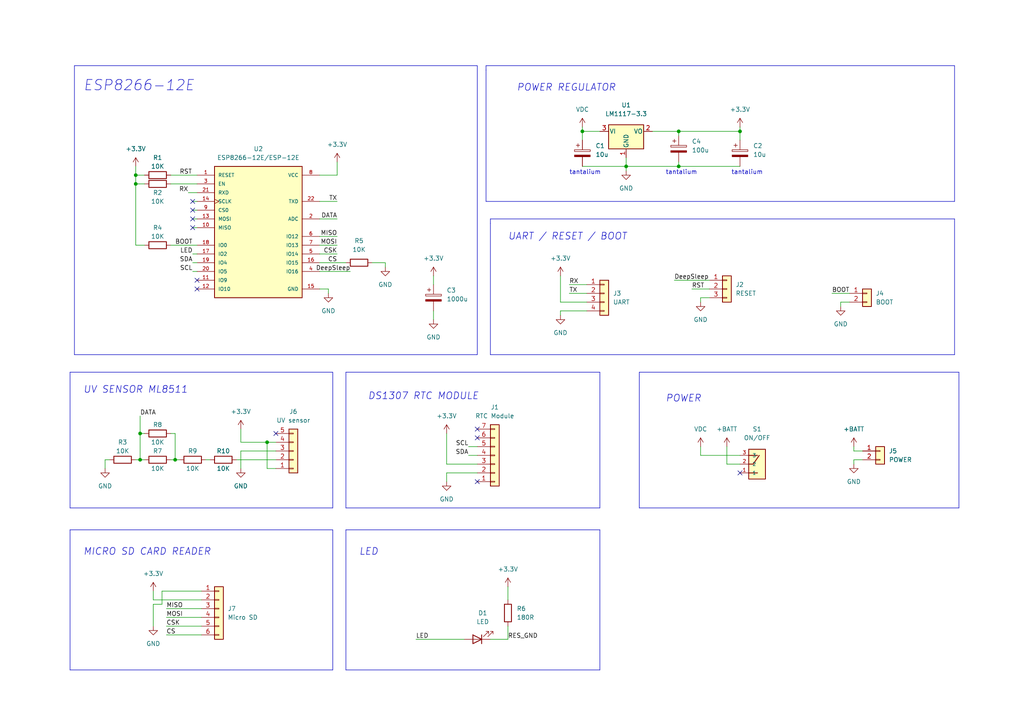
<source format=kicad_sch>
(kicad_sch (version 20230121) (generator eeschema)
  (paper "A4")
  (title_block (title "UV Device") (date "2023-04-06") (rev "2.0") (company "E Lance Tech Consulting"))
  (lib_symbols
    (symbol "Connector_Generic:Conn_01x02" (pin_names (offset 1.016) hide)
      (property "Reference" "J" (at 0 2.54 0))
      (property "Value" "Conn_01x02" (at 0 -5.08 0))
      (symbol "Conn_01x02_1_1"
        (rectangle (start -1.27 -2.413) (end 0 -2.667) (stroke (width 0.1524)))
        (rectangle (start -1.27 0.127) (end 0 -0.127) (stroke (width 0.1524)))
        (rectangle (start -1.27 1.27) (end 1.27 -3.81) (stroke (width 0.254)) (fill (type background)))
        (pin passive line (at -5.08 0 0) (length 3.81) (name "Pin_1") (number "1"))
        (pin passive line (at -5.08 -2.54 0) (length 3.81) (name "Pin_2") (number "2"))
      )
    )
    (symbol "Connector_Generic:Conn_01x03" (pin_names (offset 1.016) hide)
      (property "Reference" "J" (at 0 5.08 0))
      (property "Value" "Conn_01x03" (at 0 -5.08 0))
      (symbol "Conn_01x03_1_1"
        (rectangle (start -1.27 -2.413) (end 0 -2.667) (stroke (width 0.1524)))
        (rectangle (start -1.27 0.127) (end 0 -0.127) (stroke (width 0.1524)))
        (rectangle (start -1.27 2.667) (end 0 2.413) (stroke (width 0.1524)))
        (rectangle (start -1.27 3.81) (end 1.27 -3.81) (stroke (width 0.254)) (fill (type background)))
        (pin passive line (at -5.08 2.54 0) (length 3.81) (name "Pin_1") (number "1"))
        (pin passive line (at -5.08 0 0) (length 3.81) (name "Pin_2") (number "2"))
        (pin passive line (at -5.08 -2.54 0) (length 3.81) (name "Pin_3") (number "3"))
      )
    )
    (symbol "Connector_Generic:Conn_01x04" (pin_names (offset 1.016) hide)
      (property "Reference" "J" (at 0 5.08 0))
      (property "Value" "Conn_01x04" (at 0 -7.62 0))
      (symbol "Conn_01x04_1_1"
        (rectangle (start -1.27 -4.953) (end 0 -5.207) (stroke (width 0.1524)))
        (rectangle (start -1.27 -2.413) (end 0 -2.667) (stroke (width 0.1524)))
        (rectangle (start -1.27 0.127) (end 0 -0.127) (stroke (width 0.1524)))
        (rectangle (start -1.27 2.667) (end 0 2.413) (stroke (width 0.1524)))
        (rectangle (start -1.27 3.81) (end 1.27 -6.35) (stroke (width 0.254)) (fill (type background)))
        (pin passive line (at -5.08 2.54 0) (length 3.81) (name "Pin_1") (number "1"))
        (pin passive line (at -5.08 0 0) (length 3.81) (name "Pin_2") (number "2"))
        (pin passive line (at -5.08 -2.54 0) (length 3.81) (name "Pin_3") (number "3"))
        (pin passive line (at -5.08 -5.08 0) (length 3.81) (name "Pin_4") (number "4"))
      )
    )
    (symbol "Connector_Generic:Conn_01x05" (pin_names (offset 1.016) hide)
      (property "Reference" "J" (at 0 7.62 0))
      (property "Value" "Conn_01x05" (at 0 -7.62 0))
      (symbol "Conn_01x05_1_1"
        (rectangle (start -1.27 -4.953) (end 0 -5.207) (stroke (width 0.1524)))
        (rectangle (start -1.27 -2.413) (end 0 -2.667) (stroke (width 0.1524)))
        (rectangle (start -1.27 0.127) (end 0 -0.127) (stroke (width 0.1524)))
        (rectangle (start -1.27 2.667) (end 0 2.413) (stroke (width 0.1524)))
        (rectangle (start -1.27 5.207) (end 0 4.953) (stroke (width 0.1524)))
        (rectangle (start -1.27 6.35) (end 1.27 -6.35) (stroke (width 0.254)) (fill (type background)))
        (pin passive line (at -5.08 5.08 0) (length 3.81) (name "Pin_1") (number "1"))
        (pin passive line (at -5.08 2.54 0) (length 3.81) (name "Pin_2") (number "2"))
        (pin passive line (at -5.08 0 0) (length 3.81) (name "Pin_3") (number "3"))
        (pin passive line (at -5.08 -2.54 0) (length 3.81) (name "Pin_4") (number "4"))
        (pin passive line (at -5.08 -5.08 0) (length 3.81) (name "Pin_5") (number "5"))
      )
    )
    (symbol "Connector_Generic:Conn_01x06" (pin_names (offset 1.016) hide)
      (property "Reference" "J" (at 0 7.62 0))
      (property "Value" "Conn_01x06" (at 0 -10.16 0))
      (symbol "Conn_01x06_1_1"
        (rectangle (start -1.27 -7.493) (end 0 -7.747) (stroke (width 0.1524)))
        (rectangle (start -1.27 -4.953) (end 0 -5.207) (stroke (width 0.1524)))
        (rectangle (start -1.27 -2.413) (end 0 -2.667) (stroke (width 0.1524)))
        (rectangle (start -1.27 0.127) (end 0 -0.127) (stroke (width 0.1524)))
        (rectangle (start -1.27 2.667) (end 0 2.413) (stroke (width 0.1524)))
        (rectangle (start -1.27 5.207) (end 0 4.953) (stroke (width 0.1524)))
        (rectangle (start -1.27 6.35) (end 1.27 -8.89) (stroke (width 0.254)) (fill (type background)))
        (pin passive line (at -5.08 5.08 0) (length 3.81) (name "Pin_1") (number "1"))
        (pin passive line (at -5.08 2.54 0) (length 3.81) (name "Pin_2") (number "2"))
        (pin passive line (at -5.08 0 0) (length 3.81) (name "Pin_3") (number "3"))
        (pin passive line (at -5.08 -2.54 0) (length 3.81) (name "Pin_4") (number "4"))
        (pin passive line (at -5.08 -5.08 0) (length 3.81) (name "Pin_5") (number "5"))
        (pin passive line (at -5.08 -7.62 0) (length 3.81) (name "Pin_6") (number "6"))
      )
    )
    (symbol "Connector_Generic:Conn_01x07" (pin_names (offset 1.016) hide)
      (property "Reference" "J" (at 0 10.16 0))
      (property "Value" "Conn_01x07" (at 0 -10.16 0))
      (symbol "Conn_01x07_1_1"
        (rectangle (start -1.27 -7.493) (end 0 -7.747) (stroke (width 0.1524)))
        (rectangle (start -1.27 -4.953) (end 0 -5.207) (stroke (width 0.1524)))
        (rectangle (start -1.27 -2.413) (end 0 -2.667) (stroke (width 0.1524)))
        (rectangle (start -1.27 0.127) (end 0 -0.127) (stroke (width 0.1524)))
        (rectangle (start -1.27 2.667) (end 0 2.413) (stroke (width 0.1524)))
        (rectangle (start -1.27 5.207) (end 0 4.953) (stroke (width 0.1524)))
        (rectangle (start -1.27 7.747) (end 0 7.493) (stroke (width 0.1524)))
        (rectangle (start -1.27 8.89) (end 1.27 -8.89) (stroke (width 0.254)) (fill (type background)))
        (pin passive line (at -5.08 7.62 0) (length 3.81) (name "Pin_1") (number "1"))
        (pin passive line (at -5.08 5.08 0) (length 3.81) (name "Pin_2") (number "2"))
        (pin passive line (at -5.08 2.54 0) (length 3.81) (name "Pin_3") (number "3"))
        (pin passive line (at -5.08 0 0) (length 3.81) (name "Pin_4") (number "4"))
        (pin passive line (at -5.08 -2.54 0) (length 3.81) (name "Pin_5") (number "5"))
        (pin passive line (at -5.08 -5.08 0) (length 3.81) (name "Pin_6") (number "6"))
        (pin passive line (at -5.08 -7.62 0) (length 3.81) (name "Pin_7") (number "7"))
      )
    )
    (symbol "Device:C_Polarized" (pin_numbers hide) (pin_names (offset 0.254))
      (property "Reference" "C" (at 0.635 2.54 0))
      (property "Value" "C_Polarized" (at 0.635 -2.54 0))
      (symbol "C_Polarized_0_1"
        (rectangle (start -2.286 0.508) (end 2.286 1.016))
        (polyline (pts (xy -1.778 2.286) (xy -0.762 2.286)))
        (polyline (pts (xy -1.27 2.794) (xy -1.27 1.778)))
        (rectangle (start 2.286 -0.508) (end -2.286 -1.016) (fill (type outline)))
      )
      (symbol "C_Polarized_1_1"
        (pin passive line (at 0 3.81 270) (length 2.794) (name "~") (number "1"))
        (pin passive line (at 0 -3.81 90) (length 2.794) (name "~") (number "2"))
      )
    )
    (symbol "Device:LED" (pin_numbers hide) (pin_names (offset 1.016) hide)
      (property "Reference" "D" (at 0 2.54 0))
      (property "Value" "LED" (at 0 -2.54 0))
      (symbol "LED_0_1"
        (polyline (pts (xy -1.27 -1.27) (xy -1.27 1.27)) (stroke (width 0.254)))
        (polyline (pts (xy -1.27 0) (xy 1.27 0)))
        (polyline (pts (xy 1.27 -1.27) (xy 1.27 1.27) (xy -1.27 0) (xy 1.27 -1.27)) (stroke (width 0.254)))
        (polyline (pts (xy -3.048 -0.762) (xy -4.572 -2.286) (xy -3.81 -2.286) (xy -4.572 -2.286) (xy -4.572 -1.524)))
        (polyline (pts (xy -1.778 -0.762) (xy -3.302 -2.286) (xy -2.54 -2.286) (xy -3.302 -2.286) (xy -3.302 -1.524)))
      )
      (symbol "LED_1_1"
        (pin passive line (at -3.81 0 0) (length 2.54) (name "K") (number "1"))
        (pin passive line (at 3.81 0 180) (length 2.54) (name "A") (number "2"))
      )
    )
    (symbol "Device:R" (pin_numbers hide) (pin_names (offset 0))
      (property "Reference" "R" (at 2.032 0 90))
      (property "Value" "R" (at 0 0 90))
      (symbol "R_0_1"
        (rectangle (start -1.016 -2.54) (end 1.016 2.54) (stroke (width 0.254)))
      )
      (symbol "R_1_1"
        (pin passive line (at 0 3.81 270) (length 1.27) (name "~") (number "1"))
        (pin passive line (at 0 -3.81 90) (length 1.27) (name "~") (number "2"))
      )
    )
    (symbol "ESP8266_12E:ESP8266-12E{slash}ESP-12E" (pin_names (offset 1.016))
      (property "Reference" "U" (at -12.7161 18.3112 0))
      (property "Value" "ESP8266-12E{slash}ESP-12E" (at -12.7084 -23.3835 0))
      (symbol "ESP8266-12E{slash}ESP-12E_0_0"
        (rectangle (start -12.7 -20.32) (end 12.7 17.78) (stroke (width 0.254)) (fill (type background)))
        (pin input line (at -17.78 15.24 0) (length 5.08) (name "RESET") (number "1"))
        (pin bidirectional line (at -17.78 0 0) (length 5.08) (name "MISO") (number "10"))
        (pin bidirectional line (at -17.78 -15.24 0) (length 5.08) (name "IO9") (number "11"))
        (pin bidirectional line (at -17.78 -17.78 0) (length 5.08) (name "IO10") (number "12"))
        (pin bidirectional line (at -17.78 2.54 0) (length 5.08) (name "MOSI") (number "13"))
        (pin input clock (at -17.78 7.62 0) (length 5.08) (name "SCLK") (number "14"))
        (pin power_in line (at 17.78 -17.78 180) (length 5.08) (name "GND") (number "15"))
        (pin bidirectional line (at 17.78 -10.16 180) (length 5.08) (name "IO15") (number "16"))
        (pin bidirectional line (at -17.78 -7.62 0) (length 5.08) (name "IO2") (number "17"))
        (pin bidirectional line (at -17.78 -5.08 0) (length 5.08) (name "IO0") (number "18"))
        (pin bidirectional line (at -17.78 -10.16 0) (length 5.08) (name "IO4") (number "19"))
        (pin passive line (at 17.78 2.54 180) (length 5.08) (name "ADC") (number "2"))
        (pin bidirectional line (at -17.78 -12.7 0) (length 5.08) (name "IO5") (number "20"))
        (pin input line (at -17.78 10.16 0) (length 5.08) (name "RXD") (number "21"))
        (pin output line (at 17.78 7.62 180) (length 5.08) (name "TXD") (number "22"))
        (pin input line (at -17.78 12.7 0) (length 5.08) (name "EN") (number "3"))
        (pin bidirectional line (at 17.78 -12.7 180) (length 5.08) (name "IO16") (number "4"))
        (pin bidirectional line (at 17.78 -7.62 180) (length 5.08) (name "IO14") (number "5"))
        (pin bidirectional line (at 17.78 -2.54 180) (length 5.08) (name "IO12") (number "6"))
        (pin bidirectional line (at 17.78 -5.08 180) (length 5.08) (name "IO13") (number "7"))
        (pin power_in line (at 17.78 15.24 180) (length 5.08) (name "VCC") (number "8"))
        (pin input line (at -17.78 5.08 0) (length 5.08) (name "CS0") (number "9"))
      )
    )
    (symbol "Regulator_Linear:LM1117-3.3" (pin_names (offset 0.254))
      (property "Reference" "U" (at -3.81 3.175 0))
      (property "Value" "LM1117-3.3" (at 0 3.175 0))
      (symbol "LM1117-3.3_0_1"
        (rectangle (start -5.08 -5.08) (end 5.08 1.905) (stroke (width 0.254)) (fill (type background)))
      )
      (symbol "LM1117-3.3_1_1"
        (pin power_in line (at 0 -7.62 90) (length 2.54) (name "GND") (number "1"))
        (pin power_out line (at 7.62 0 180) (length 2.54) (name "VO") (number "2"))
        (pin power_in line (at -7.62 0 0) (length 2.54) (name "VI") (number "3"))
      )
    )
    (symbol "Switch_TH:OS102011MS2QN1" (pin_names (offset 1.016))
      (property "Reference" "S" (at -2.5411 5.0822 0))
      (property "Value" "OS102011MS2QN1" (at -2.544 -7.6319 0))
      (symbol "OS102011MS2QN1_0_0"
        (rectangle (start -2.54 -4.318) (end 2.286 4.318) (stroke (width 0.254)) (fill (type background)))
        (polyline (pts (xy -2.54 -2.54) (xy 0 -2.54)) (stroke (width 0.254)))
        (polyline (pts (xy -2.54 0) (xy -1.27 0)) (stroke (width 0.254)))
        (polyline (pts (xy -2.54 2.54) (xy 0 2.54)) (stroke (width 0.254)))
        (polyline (pts (xy -1.27 0) (xy 0.508 -2.54)) (stroke (width 0.254)))
        (pin passive line (at -5.08 2.54 0) (length 2.54) (name "1") (number "1"))
        (pin passive line (at -5.08 0 0) (length 2.54) (name "2") (number "2"))
        (pin passive line (at -5.08 -2.54 0) (length 2.54) (name "3") (number "3"))
      )
    )
    (symbol "power:+3.3V" (power) (pin_names (offset 0))
      (property "Value" "+3.3V" (at 0 3.556 0))
      (symbol "+3.3V_0_1"
        (polyline (pts (xy -0.762 1.27) (xy 0 2.54)))
        (polyline (pts (xy 0 0) (xy 0 2.54)))
        (polyline (pts (xy 0 2.54) (xy 0.762 1.27)))
      )
      (symbol "+3.3V_1_1"
        (pin power_in line (at 0 0 90) (length 0) hide (name "+3.3V") (number "1"))
      )
    )
    (symbol "power:+BATT" (power) (pin_names (offset 0))
      (property "Value" "+BATT" (at 0 3.556 0))
      (symbol "+BATT_0_1"
        (polyline (pts (xy -0.762 1.27) (xy 0 2.54)))
        (polyline (pts (xy 0 0) (xy 0 2.54)))
        (polyline (pts (xy 0 2.54) (xy 0.762 1.27)))
      )
      (symbol "+BATT_1_1"
        (pin power_in line (at 0 0 90) (length 0) hide (name "+BATT") (number "1"))
      )
    )
    (symbol "power:GND" (power) (pin_names (offset 0))
      (property "Value" "GND" (at 0 -3.81 0))
      (symbol "GND_0_1"
        (polyline (pts (xy 0 0) (xy 0 -1.27) (xy 1.27 -1.27) (xy 0 -2.54) (xy -1.27 -1.27) (xy 0 -1.27)))
      )
      (symbol "GND_1_1"
        (pin power_in line (at 0 0 270) (length 0) hide (name "GND") (number "1"))
      )
    )
    (symbol "power:VDC" (power) (pin_names (offset 0))
      (property "Value" "VDC" (at 0 6.35 0))
      (symbol "VDC_0_1"
        (polyline (pts (xy -0.762 1.27) (xy 0 2.54)))
        (polyline (pts (xy 0 0) (xy 0 2.54)))
        (polyline (pts (xy 0 2.54) (xy 0.762 1.27)))
      )
      (symbol "VDC_1_1"
        (pin power_in line (at 0 0 90) (length 0) hide (name "VDC") (number "1"))
      )
    )
  )
  (junction (at 39.37 53.34))
  (junction (at 50.8 133.35))
  (junction (at 40.64 133.35))
  (junction (at 39.37 50.8))
  (junction (at 181.61 48.26))
  (junction (at 168.91 38.1))
  (junction (at 40.64 125.73))
  (junction (at 214.63 38.1))
  (junction (at 196.85 38.1))
  (junction (at 196.85 48.26))
  (junction (at 77.47 128.27))
  (no_connect (at 57.15 81.28))
  (no_connect (at 138.43 139.7))
  (no_connect (at 55.88 58.42))
  (no_connect (at 80.01 125.73))
  (no_connect (at 214.63 137.16))
  (no_connect (at 55.88 60.96))
  (no_connect (at 55.88 66.04))
  (no_connect (at 55.88 63.5))
  (no_connect (at 138.43 124.46))
  (no_connect (at 138.43 127))
  (no_connect (at 57.15 83.82))
  (wire (pts (xy 69.85 124.46) (xy 69.85 128.27)))
  (polyline (pts (xy 20.32 153.67) (xy 20.32 194.31)))
  (wire (pts (xy 107.95 76.2) (xy 111.76 76.2)))
  (wire (pts (xy 241.3 85.09) (xy 246.38 85.09)))
  (wire (pts (xy 44.45 175.26) (xy 44.45 181.61)))
  (wire (pts (xy 147.32 170.18) (xy 147.32 173.99)))
  (wire (pts (xy 165.1 85.09) (xy 170.18 85.09)))
  (polyline (pts (xy 278.13 107.95) (xy 278.13 147.32)))
  (wire (pts (xy 41.91 71.12) (xy 39.37 71.12)))
  (wire (pts (xy 68.58 133.35) (xy 80.01 133.35)))
  (wire (pts (xy 30.48 133.35) (xy 30.48 135.89)))
  (wire (pts (xy 50.8 125.73) (xy 49.53 125.73)))
  (wire (pts (xy 48.26 181.61) (xy 58.42 181.61)))
  (wire (pts (xy 200.66 83.82) (xy 205.74 83.82)))
  (wire (pts (xy 92.71 63.5) (xy 97.79 63.5)))
  (wire (pts (xy 50.8 125.73) (xy 50.8 133.35)))
  (wire (pts (xy 135.89 132.08) (xy 138.43 132.08)))
  (wire (pts (xy 138.43 134.62) (xy 129.54 134.62)))
  (wire (pts (xy 214.63 132.08) (xy 203.2 132.08)))
  (wire (pts (xy 181.61 48.26) (xy 181.61 49.53)))
  (polyline (pts (xy 100.33 147.32) (xy 173.99 147.32)))
  (polyline (pts (xy 142.24 64.77) (xy 142.24 102.87)))
  (wire (pts (xy 49.53 53.34) (xy 57.15 53.34)))
  (wire (pts (xy 189.23 38.1) (xy 196.85 38.1)))
  (wire (pts (xy 142.24 185.42) (xy 147.32 185.42)))
  (polyline (pts (xy 173.99 107.95) (xy 100.33 107.95)))
  (polyline (pts (xy 96.52 194.31) (xy 20.32 194.31)))
  (wire (pts (xy 111.76 77.47) (xy 111.76 76.2)))
  (wire (pts (xy 92.71 78.74) (xy 101.6 78.74)))
  (wire (pts (xy 77.47 128.27) (xy 80.01 128.27)))
  (wire (pts (xy 203.2 86.36) (xy 205.74 86.36)))
  (wire (pts (xy 247.65 129.54) (xy 247.65 130.81)))
  (wire (pts (xy 49.53 71.12) (xy 57.15 71.12)))
  (wire (pts (xy 92.71 68.58) (xy 97.79 68.58)))
  (polyline (pts (xy 100.33 153.67) (xy 173.99 153.67)))
  (polyline (pts (xy 138.43 19.05) (xy 138.43 102.87)))
  (wire (pts (xy 170.18 87.63) (xy 162.56 87.63)))
  (wire (pts (xy 181.61 48.26) (xy 196.85 48.26)))
  (polyline (pts (xy 142.24 63.5) (xy 276.86 63.5)))
  (polyline (pts (xy 140.97 19.05) (xy 140.97 20.32)))
  (wire (pts (xy 250.19 133.35) (xy 247.65 133.35)))
  (wire (pts (xy 162.56 87.63) (xy 162.56 80.01)))
  (wire (pts (xy 48.26 184.15) (xy 58.42 184.15)))
  (polyline (pts (xy 185.42 107.95) (xy 278.13 107.95)))
  (wire (pts (xy 181.61 45.72) (xy 181.61 48.26)))
  (wire (pts (xy 49.53 50.8) (xy 57.15 50.8)))
  (wire (pts (xy 46.99 175.26) (xy 44.45 175.26)))
  (wire (pts (xy 57.15 66.04) (xy 55.88 66.04)))
  (wire (pts (xy 97.79 58.42) (xy 92.71 58.42)))
  (wire (pts (xy 41.91 53.34) (xy 39.37 53.34)))
  (wire (pts (xy 69.85 130.81) (xy 69.85 135.89)))
  (polyline (pts (xy 173.99 194.31) (xy 100.33 194.31)))
  (polyline (pts (xy 138.43 102.87) (xy 21.59 102.87)))
  (wire (pts (xy 39.37 50.8) (xy 39.37 48.26)))
  (wire (pts (xy 95.25 83.82) (xy 95.25 85.09)))
  (wire (pts (xy 41.91 50.8) (xy 39.37 50.8)))
  (wire (pts (xy 92.71 50.8) (xy 97.79 50.8)))
  (polyline (pts (xy 173.99 153.67) (xy 173.99 194.31)))
  (wire (pts (xy 46.99 171.45) (xy 58.42 171.45)))
  (wire (pts (xy 214.63 38.1) (xy 214.63 40.64)))
  (wire (pts (xy 125.73 90.17) (xy 125.73 92.71)))
  (wire (pts (xy 247.65 133.35) (xy 247.65 134.62)))
  (wire (pts (xy 195.58 81.28) (xy 205.74 81.28)))
  (wire (pts (xy 39.37 53.34) (xy 39.37 50.8)))
  (wire (pts (xy 92.71 83.82) (xy 95.25 83.82)))
  (wire (pts (xy 49.53 133.35) (xy 50.8 133.35)))
  (polyline (pts (xy 96.52 107.95) (xy 96.52 147.32)))
  (wire (pts (xy 243.84 87.63) (xy 243.84 88.9)))
  (wire (pts (xy 92.71 73.66) (xy 97.79 73.66)))
  (polyline (pts (xy 140.97 19.05) (xy 276.86 19.05)))
  (wire (pts (xy 247.65 130.81) (xy 250.19 130.81)))
  (wire (pts (xy 55.88 76.2) (xy 57.15 76.2)))
  (wire (pts (xy 92.71 76.2) (xy 100.33 76.2)))
  (wire (pts (xy 196.85 46.99) (xy 196.85 48.26)))
  (wire (pts (xy 40.64 133.35) (xy 41.91 133.35)))
  (wire (pts (xy 135.89 129.54) (xy 138.43 129.54)))
  (wire (pts (xy 214.63 134.62) (xy 210.82 134.62)))
  (polyline (pts (xy 276.86 58.42) (xy 140.97 58.42)))
  (wire (pts (xy 39.37 53.34) (xy 39.37 71.12)))
  (wire (pts (xy 57.15 63.5) (xy 55.88 63.5)))
  (polyline (pts (xy 96.52 153.67) (xy 96.52 194.31)))
  (wire (pts (xy 162.56 90.17) (xy 162.56 91.44)))
  (wire (pts (xy 57.15 60.96) (xy 55.88 60.96)))
  (wire (pts (xy 210.82 134.62) (xy 210.82 129.54)))
  (wire (pts (xy 196.85 38.1) (xy 196.85 39.37)))
  (wire (pts (xy 196.85 48.26) (xy 214.63 48.26)))
  (wire (pts (xy 44.45 173.99) (xy 58.42 173.99)))
  (polyline (pts (xy 20.32 153.67) (xy 96.52 153.67)))
  (wire (pts (xy 77.47 135.89) (xy 80.01 135.89)))
  (polyline (pts (xy 173.99 147.32) (xy 173.99 107.95)))
  (wire (pts (xy 129.54 137.16) (xy 138.43 137.16)))
  (polyline (pts (xy 100.33 153.67) (xy 100.33 194.31)))
  (wire (pts (xy 31.75 133.35) (xy 30.48 133.35)))
  (polyline (pts (xy 185.42 109.22) (xy 185.42 147.32)))
  (wire (pts (xy 52.07 133.35) (xy 50.8 133.35)))
  (polyline (pts (xy 278.13 147.32) (xy 185.42 147.32)))
  (wire (pts (xy 120.65 185.42) (xy 134.62 185.42)))
  (wire (pts (xy 48.26 179.07) (xy 58.42 179.07)))
  (wire (pts (xy 125.73 80.01) (xy 125.73 82.55)))
  (polyline (pts (xy 140.97 20.32) (xy 140.97 58.42)))
  (wire (pts (xy 69.85 130.81) (xy 80.01 130.81)))
  (wire (pts (xy 40.64 120.65) (xy 40.64 125.73)))
  (polyline (pts (xy 276.86 19.05) (xy 276.86 58.42)))
  (wire (pts (xy 44.45 173.99) (xy 44.45 171.45)))
  (wire (pts (xy 168.91 48.26) (xy 181.61 48.26)))
  (wire (pts (xy 48.26 176.53) (xy 58.42 176.53)))
  (wire (pts (xy 97.79 46.99) (xy 97.79 50.8)))
  (wire (pts (xy 168.91 36.83) (xy 168.91 38.1)))
  (wire (pts (xy 40.64 125.73) (xy 40.64 133.35)))
  (wire (pts (xy 77.47 135.89) (xy 77.47 128.27)))
  (wire (pts (xy 203.2 86.36) (xy 203.2 87.63)))
  (wire (pts (xy 40.64 125.73) (xy 41.91 125.73)))
  (wire (pts (xy 54.61 55.88) (xy 57.15 55.88)))
  (wire (pts (xy 69.85 128.27) (xy 77.47 128.27)))
  (polyline (pts (xy 21.59 19.05) (xy 138.43 19.05)))
  (wire (pts (xy 168.91 38.1) (xy 168.91 40.64)))
  (polyline (pts (xy 276.86 63.5) (xy 276.86 102.87)))
  (polyline (pts (xy 20.32 107.95) (xy 20.32 147.32)))
  (wire (pts (xy 162.56 90.17) (xy 170.18 90.17)))
  (polyline (pts (xy 100.33 107.95) (xy 100.33 147.32)))
  (wire (pts (xy 57.15 58.42) (xy 55.88 58.42)))
  (wire (pts (xy 55.88 73.66) (xy 57.15 73.66)))
  (polyline (pts (xy 276.86 102.87) (xy 142.24 102.87)))
  (polyline (pts (xy 20.32 107.95) (xy 96.52 107.95)))
  (polyline (pts (xy 96.52 147.32) (xy 20.32 147.32)))
  (wire (pts (xy 55.88 78.74) (xy 57.15 78.74)))
  (polyline (pts (xy 185.42 107.95) (xy 185.42 109.22)))
  (polyline (pts (xy 142.24 63.5) (xy 142.24 64.77)))
  (wire (pts (xy 168.91 38.1) (xy 173.99 38.1)))
  (wire (pts (xy 214.63 36.83) (xy 214.63 38.1)))
  (wire (pts (xy 129.54 125.73) (xy 129.54 134.62)))
  (wire (pts (xy 46.99 171.45) (xy 46.99 175.26)))
  (wire (pts (xy 39.37 133.35) (xy 40.64 133.35)))
  (wire (pts (xy 92.71 71.12) (xy 97.79 71.12)))
  (wire (pts (xy 203.2 132.08) (xy 203.2 129.54)))
  (polyline (pts (xy 21.59 19.05) (xy 21.59 102.87)))
  (wire (pts (xy 165.1 82.55) (xy 170.18 82.55)))
  (wire (pts (xy 196.85 38.1) (xy 214.63 38.1)))
  (wire (pts (xy 129.54 137.16) (xy 129.54 139.7)))
  (wire (pts (xy 147.32 185.42) (xy 147.32 181.61)))
  (wire (pts (xy 59.69 133.35) (xy 60.96 133.35)))
  (wire (pts (xy 243.84 87.63) (xy 246.38 87.63)))
  (text "tantalium\n" (at 165.1 50.8 0) (effects (font (size 1.27 1.27)) (justify left bottom)))
  (text "tantalium\n" (at 193.04 50.8 0) (effects (font (size 1.27 1.27)) (justify left bottom)))
  (text "UV SENSOR ML8511" (at 24.13 114.3 0) (effects (font (size 2 2) italic) (justify left bottom)))
  (text "ESP8266-12E\n" (at 24.13 26.67 0) (effects (font (size 3 3) italic) (justify left bottom)))
  (text "POWER\n" (at 193.04 116.84 0) (effects (font (size 2 2) italic) (justify left bottom)))
  (text "MICRO SD CARD READER\n" (at 24.13 161.29 0) (effects (font (size 2 2) italic) (justify left bottom)))
  (text "DS1307 RTC MODULE\n\n" (at 106.68 119.38 0) (effects (font (size 2 2) italic) (justify left bottom)))
  (text "tantalium\n" (at 212.09 50.8 0) (effects (font (size 1.27 1.27)) (justify left bottom)))
  (text "LED\n" (at 104.14 161.29 0) (effects (font (size 2 2) italic) (justify left bottom)))
  (text "UART / RESET / BOOT" (at 147.32 69.85 0) (effects (font (size 2 2) italic) (justify left bottom)))
  (text "POWER REGULATOR" (at 149.86 26.67 0) (effects (font (size 2 2) italic) (justify left bottom)))
  (label "RX" (at 54.61 55.88 180))
  (label "CS" (at 48.26 184.15 0))
  (label "MISO" (at 97.79 68.58 180))
  (label "MOSI" (at 97.79 71.12 180))
  (label "SDA" (at 135.89 132.08 180))
  (label "BOOT" (at 241.3 85.09 0))
  (label "MISO" (at 48.26 176.53 0))
  (label "CS" (at 97.79 76.2 180))
  (label "RST" (at 200.66 83.82 0))
  (label "CSK" (at 97.79 73.66 180))
  (label "DATA" (at 40.64 120.65 0))
  (label "TX" (at 165.1 85.09 0))
  (label "LED" (at 120.65 185.42 0))
  (label "RST" (at 52.07 50.8 0))
  (label "DATA" (at 97.79 63.5 180))
  (label "CSK" (at 48.26 181.61 0))
  (label "LED" (at 55.88 73.66 180))
  (label "BOOT" (at 55.88 71.12 180))
  (label "RX" (at 165.1 82.55 0))
  (label "TX" (at 97.79 58.42 180))
  (label "RES_GND" (at 147.32 185.42 0))
  (label "SCL" (at 55.88 78.74 180))
  (label "DeepSleep" (at 195.58 81.28 0))
  (label "DeepSleep" (at 101.6 78.74 180))
  (label "MOSI" (at 48.26 179.07 0))
  (label "SDA" (at 55.88 76.2 180))
  (label "SCL" (at 135.89 129.54 180))
  (symbol (lib_id "Connector_Generic:Conn_01x04") (at 175.26 85.09 0) (unit 1)
    (property "Reference" "J3" (at 177.8 85.0899 0) (effects (justify left)))
    (property "Value" "UART" (at 177.8 87.6299 0) (effects (justify left)))
    (property "Footprint" "Connector_PinSocket_2.54mm:PinSocket_1x04_P2.54mm_Vertical" (effects hide))
  )
  (symbol (lib_id "Device:R") (at 55.88 133.35 90) (unit 1)
    (property "Reference" "R9" (at 55.88 130.81 90))
    (property "Value" "10K" (at 55.88 135.89 90))
    (property "Footprint" "Resistor_SMD:R_1206_3216Metric_Pad1.30x1.75mm_HandSolder" (effects hide))
  )
  (symbol (lib_id "Connector_Generic:Conn_01x07") (at 143.51 132.08 0) (mirror x) (unit 1)
    (property "Reference" "J1" (at 143.51 118.11 0))
    (property "Value" "RTC Module" (at 143.51 120.65 0))
    (property "Footprint" "Connector_PinHeader_2.54mm:PinHeader_1x07_P2.54mm_Vertical" (effects hide))
  )
  (symbol (lib_id "power:+3.3V") (at 97.79 46.99 0) (unit 1)
    (property "Reference" "#PWR04" (effects hide))
    (property "Value" "+3.3V" (at 97.79 41.91 0))
  )
  (symbol (lib_id "power:+3.3V") (at 69.85 124.46 0) (unit 1)
    (property "Reference" "#PWR016" (effects hide))
    (property "Value" "+3.3V" (at 69.85 119.38 0))
  )
  (symbol (lib_id "power:+BATT") (at 210.82 129.54 0) (unit 1)
    (property "Reference" "#PWR019" (effects hide))
    (property "Value" "+BATT" (at 210.82 124.46 0))
  )
  (symbol (lib_id "power:+3.3V") (at 147.32 170.18 0) (unit 1)
    (property "Reference" "#PWR024" (effects hide))
    (property "Value" "+3.3V" (at 147.32 165.1 0))
  )
  (symbol (lib_id "power:GND") (at 162.56 91.44 0) (mirror y) (unit 1)
    (property "Reference" "#PWR014" (effects hide))
    (property "Value" "GND" (at 162.56 96.52 0))
  )
  (symbol (lib_id "Connector_Generic:Conn_01x02") (at 251.46 85.09 0) (unit 1)
    (property "Reference" "J4" (at 254 85.0899 0) (effects (justify left)))
    (property "Value" "BOOT" (at 254 87.6299 0) (effects (justify left)))
    (property "Footprint" "Connector_PinHeader_2.54mm:PinHeader_1x02_P2.54mm_Vertical" (effects hide))
  )
  (symbol (lib_id "power:GND") (at 203.2 87.63 0) (mirror y) (unit 1)
    (property "Reference" "#PWR012" (effects hide))
    (property "Value" "GND" (at 203.2 92.71 0))
  )
  (symbol (lib_id "power:VDC") (at 203.2 129.54 0) (unit 1)
    (property "Reference" "#PWR018" (effects hide))
    (property "Value" "VDC" (at 203.2 124.46 0))
  )
  (symbol (lib_id "Device:C_Polarized") (at 168.91 44.45 0) (unit 1)
    (property "Reference" "C1" (at 172.72 42.2909 0) (effects (justify left)))
    (property "Value" "10u" (at 172.72 44.8309 0) (effects (justify left)))
    (property "Footprint" "Capacitor_SMD:C_0603_1608Metric_Pad1.08x0.95mm_HandSolder" (effects hide))
  )
  (symbol (lib_id "Device:R") (at 35.56 133.35 90) (unit 1)
    (property "Reference" "R3" (at 35.56 128.27 90))
    (property "Value" "10K" (at 35.56 130.81 90))
    (property "Footprint" "Resistor_SMD:R_1206_3216Metric_Pad1.30x1.75mm_HandSolder" (effects hide))
  )
  (symbol (lib_id "Connector_Generic:Conn_01x03") (at 210.82 83.82 0) (unit 1)
    (property "Reference" "J2" (at 213.36 82.5499 0) (effects (justify left)))
    (property "Value" "RESET" (at 213.36 85.0899 0) (effects (justify left)))
    (property "Footprint" "Connector_PinHeader_2.54mm:PinHeader_1x03_P2.54mm_Vertical" (effects hide))
  )
  (symbol (lib_id "power:GND") (at 44.45 181.61 0) (unit 1)
    (property "Reference" "#PWR025" (effects hide))
    (property "Value" "GND" (at 44.45 186.69 0))
  )
  (symbol (lib_id "Device:R") (at 45.72 125.73 90) (unit 1)
    (property "Reference" "R8" (at 45.72 123.19 90))
    (property "Value" "10K" (at 45.72 128.27 90))
    (property "Footprint" "Resistor_SMD:R_1206_3216Metric_Pad1.30x1.75mm_HandSolder" (effects hide))
  )
  (symbol (lib_id "Device:C_Polarized") (at 196.85 43.18 0) (unit 1)
    (property "Reference" "C4" (at 200.66 41.0209 0) (effects (justify left)))
    (property "Value" "100u" (at 200.66 43.5609 0) (effects (justify left)))
    (property "Footprint" "Capacitor_SMD:C_0805_2012Metric_Pad1.18x1.45mm_HandSolder" (effects hide))
  )
  (symbol (lib_id "Device:C_Polarized") (at 125.73 86.36 0) (unit 1)
    (property "Reference" "C3" (at 129.54 84.2009 0) (effects (justify left)))
    (property "Value" "1000u" (at 129.54 86.7409 0) (effects (justify left)))
    (property "Footprint" "Capacitor_THT:CP_Radial_D8.0mm_P3.50mm" (effects hide))
  )
  (symbol (lib_id "power:+BATT") (at 247.65 129.54 0) (unit 1)
    (property "Reference" "#PWR017" (effects hide))
    (property "Value" "+BATT" (at 247.65 124.46 0))
  )
  (symbol (lib_id "power:GND") (at 95.25 85.09 0) (mirror y) (unit 1)
    (property "Reference" "#PWR011" (effects hide))
    (property "Value" "GND" (at 95.25 90.17 0))
  )
  (symbol (lib_id "Connector_Generic:Conn_01x05") (at 85.09 130.81 0) (mirror x) (unit 1)
    (property "Reference" "J6" (at 85.09 119.38 0))
    (property "Value" "UV sensor" (at 85.09 121.92 0))
    (property "Footprint" "Connector_PinSocket_2.54mm:PinSocket_1x05_P2.54mm_Vertical" (effects hide))
  )
  (symbol (lib_id "Device:LED") (at 138.43 185.42 180) (unit 1)
    (property "Reference" "D1" (at 140.0175 177.8 0))
    (property "Value" "LED" (at 140.0175 180.34 0))
    (property "Footprint" "LED_THT:LED_D3.0mm" (effects hide))
  )
  (symbol (lib_id "Connector_Generic:Conn_01x02") (at 255.27 130.81 0) (unit 1)
    (property "Reference" "J5" (at 257.81 130.8099 0) (effects (justify left)))
    (property "Value" "POWER" (at 257.81 133.3499 0) (effects (justify left)))
    (property "Footprint" "Connector_PinHeader_2.54mm:PinHeader_1x02_P2.54mm_Vertical" (effects hide))
  )
  (symbol (lib_id "power:+3.3V") (at 44.45 171.45 0) (unit 1)
    (property "Reference" "#PWR022" (effects hide))
    (property "Value" "+3.3V" (at 44.45 166.37 0))
  )
  (symbol (lib_id "power:GND") (at 247.65 134.62 0) (unit 1)
    (property "Reference" "#PWR020" (effects hide))
    (property "Value" "GND" (at 247.65 139.7 0))
  )
  (symbol (lib_id "Device:R") (at 104.14 76.2 90) (unit 1)
    (property "Reference" "R5" (at 104.14 69.85 90))
    (property "Value" "10K" (at 104.14 72.39 90))
    (property "Footprint" "Resistor_SMD:R_1206_3216Metric_Pad1.30x1.75mm_HandSolder" (effects hide))
  )
  (symbol (lib_id "power:+3.3V") (at 39.37 48.26 0) (unit 1)
    (property "Reference" "#PWR05" (effects hide))
    (property "Value" "+3.3V" (at 39.37 43.18 0))
  )
  (symbol (lib_id "power:GND") (at 181.61 49.53 0) (mirror y) (unit 1)
    (property "Reference" "#PWR06" (effects hide))
    (property "Value" "GND" (at 181.61 54.61 0))
  )
  (symbol (lib_id "power:+3.3V") (at 162.56 80.01 0) (unit 1)
    (property "Reference" "#PWR09" (effects hide))
    (property "Value" "+3.3V" (at 162.56 74.93 0))
  )
  (symbol (lib_id "power:GND") (at 243.84 88.9 0) (mirror y) (unit 1)
    (property "Reference" "#PWR013" (effects hide))
    (property "Value" "GND" (at 243.84 93.98 0))
  )
  (symbol (lib_id "power:GND") (at 125.73 92.71 0) (mirror y) (unit 1)
    (property "Reference" "#PWR015" (effects hide))
    (property "Value" "GND" (at 125.73 97.79 0))
  )
  (symbol (lib_id "Device:R") (at 147.32 177.8 180) (unit 1)
    (property "Reference" "R6" (at 149.86 176.5299 0) (effects (justify right)))
    (property "Value" "180R" (at 149.86 179.0699 0) (effects (justify right)))
    (property "Footprint" "Resistor_SMD:R_1206_3216Metric_Pad1.30x1.75mm_HandSolder" (effects hide))
  )
  (symbol (lib_id "power:GND") (at 129.54 139.7 0) (mirror y) (unit 1)
    (property "Reference" "#PWR07" (effects hide))
    (property "Value" "GND" (at 129.54 144.78 0))
  )
  (symbol (lib_id "power:+3.3V") (at 214.63 36.83 0) (unit 1)
    (property "Reference" "#PWR03" (effects hide))
    (property "Value" "+3.3V" (at 214.63 31.75 0))
  )
  (symbol (lib_id "Device:R") (at 45.72 133.35 90) (unit 1)
    (property "Reference" "R7" (at 45.72 130.81 90))
    (property "Value" "10K" (at 45.72 135.89 90))
    (property "Footprint" "Resistor_SMD:R_1206_3216Metric_Pad1.30x1.75mm_HandSolder" (effects hide))
  )
  (symbol (lib_id "Device:R") (at 45.72 53.34 90) (unit 1)
    (property "Reference" "R2" (at 45.72 55.88 90))
    (property "Value" "10K" (at 45.72 58.42 90))
    (property "Footprint" "Resistor_SMD:R_1206_3216Metric_Pad1.30x1.75mm_HandSolder" (effects hide))
  )
  (symbol (lib_id "power:GND") (at 30.48 135.89 0) (unit 1)
    (property "Reference" "#PWR023" (effects hide))
    (property "Value" "GND" (at 30.48 140.97 0))
  )
  (symbol (lib_id "ESP8266_12E:ESP8266-12E{slash}ESP-12E") (at 74.93 66.04 0) (unit 1)
    (property "Reference" "U2" (at 74.93 43.18 0))
    (property "Value" "ESP8266-12E/ESP-12E" (at 74.93 45.72 0))
    (property "Footprint" "ESP8266_12E:XCVR_ESP8266-12E_ESP-12E" (effects hide))
    (property "MANUFACTURER" "AI-Thinker" (effects hide))
  )
  (symbol (lib_id "power:+3.3V") (at 129.54 125.73 0) (unit 1)
    (property "Reference" "#PWR01" (effects hide))
    (property "Value" "+3.3V" (at 129.54 120.65 0))
  )
  (symbol (lib_id "Connector_Generic:Conn_01x06") (at 63.5 176.53 0) (unit 1)
    (property "Reference" "J7" (at 66.04 176.5299 0) (effects (justify left)))
    (property "Value" "Micro SD" (at 66.04 179.0699 0) (effects (justify left)))
    (property "Footprint" "Connector_PinHeader_2.54mm:PinHeader_1x06_P2.54mm_Vertical" (effects hide))
  )
  (symbol (lib_id "power:+3.3V") (at 125.73 80.01 0) (unit 1)
    (property "Reference" "#PWR010" (effects hide))
    (property "Value" "+3.3V" (at 125.73 74.93 0))
  )
  (symbol (lib_id "Device:C_Polarized") (at 214.63 44.45 0) (unit 1)
    (property "Reference" "C2" (at 218.44 42.2909 0) (effects (justify left)))
    (property "Value" "10u" (at 218.44 44.8309 0) (effects (justify left)))
    (property "Footprint" "Capacitor_SMD:C_0603_1608Metric_Pad1.08x0.95mm_HandSolder" (effects hide))
  )
  (symbol (lib_id "power:VDC") (at 168.91 36.83 0) (unit 1)
    (property "Reference" "#PWR02" (effects hide))
    (property "Value" "VDC" (at 168.91 31.75 0))
  )
  (symbol (lib_id "Device:R") (at 45.72 71.12 90) (unit 1)
    (property "Reference" "R4" (at 45.72 66.04 90))
    (property "Value" "10K" (at 45.72 68.58 90))
    (property "Footprint" "Resistor_SMD:R_1206_3216Metric_Pad1.30x1.75mm_HandSolder" (effects hide))
  )
  (symbol (lib_id "power:GND") (at 111.76 77.47 0) (mirror y) (unit 1)
    (property "Reference" "#PWR08" (effects hide))
    (property "Value" "GND" (at 111.76 82.55 0))
  )
  (symbol (lib_id "Device:R") (at 64.77 133.35 90) (unit 1)
    (property "Reference" "R10" (at 64.77 130.81 90))
    (property "Value" "10K" (at 64.77 135.89 90))
    (property "Footprint" "Resistor_SMD:R_1206_3216Metric_Pad1.30x1.75mm_HandSolder" (effects hide))
  )
  (symbol (lib_id "Switch_TH:OS102011MS2QN1") (at 219.71 134.62 0) (mirror x) (unit 1)
    (property "Reference" "S1" (at 219.583 124.46 0))
    (property "Value" "ON/OFF" (at 219.583 127 0))
    (property "Footprint" "Switch_TH:SW_OS102011MS2QN1" (effects hide))
    (property "MANUFACTURER" "C&K" (effects hide))
    (property "STANDARD" "MANUFACTURER RECOMMENDATIONS" (effects hide))
  )
  (symbol (lib_id "Device:R") (at 45.72 50.8 90) (unit 1)
    (property "Reference" "R1" (at 45.72 45.72 90))
    (property "Value" "10K" (at 45.72 48.26 90))
    (property "Footprint" "Resistor_SMD:R_1206_3216Metric_Pad1.30x1.75mm_HandSolder" (effects hide))
  )
  (symbol (lib_id "power:GND") (at 69.85 135.89 0) (unit 1)
    (property "Reference" "#PWR021" (effects hide))
    (property "Value" "GND" (at 69.85 140.97 0))
  )
  (symbol (lib_id "Regulator_Linear:LM1117-3.3") (at 181.61 38.1 0) (unit 1)
    (property "Reference" "U1" (at 181.61 30.48 0))
    (property "Value" "LM1117-3.3" (at 181.61 33.02 0))
    (property "Footprint" "Package_TO_SOT_SMD:SOT-223-3_TabPin2" (effects hide))
    (property "Datasheet" "http://www.ti.com/lit/ds/symlink/lm1117.pdf" (effects hide))
  )
)
</source>
